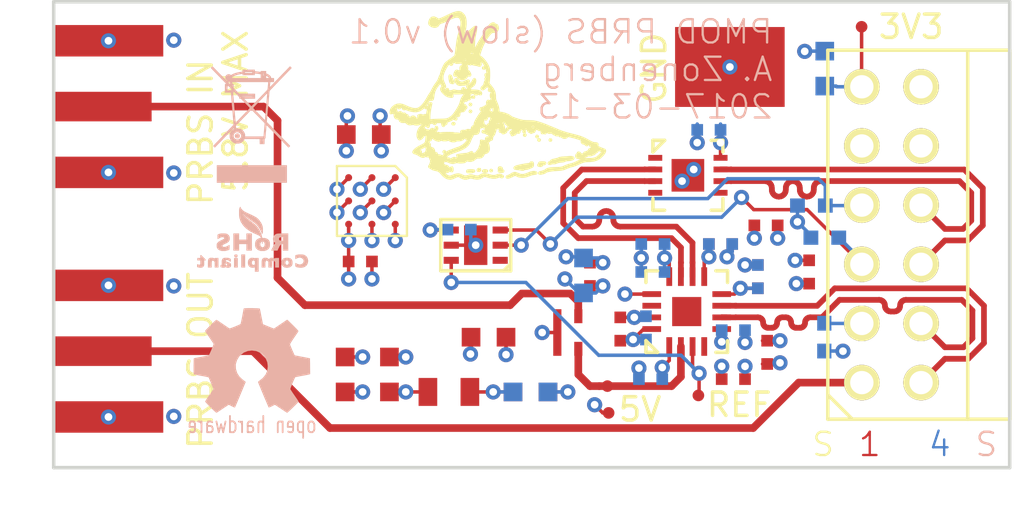
<source format=kicad_pcb>
(kicad_pcb (version 20170123) (host pcbnew "(2017-03-12 revision 28a6ca1)-master")
  (layers (0 F.Cu signal) (1 In1.Cu signal) (2 In2.Cu signal) (31 B.Cu signal) (34 B.Paste user) (35 F.Paste user) (36 B.SilkS user) (37 F.SilkS user) (38 B.Mask user) (39 F.Mask user) (44 Edge.Cuts user))
  (net 0 "")
  (net 1 /GND)
  (net 2 /5V0)
  (net 3 /3V3)
  (net 4 /CMP_VREF)
  (net 5 /PRBS_IN_ATTEN)
  (net 6 /CMPOUT_CML_P)
  (net 7 /CMPOUT_CML_N)
  (net 8 /CMP_LE_P)
  (net 9 /CMP_LE_N)
  (net 10 /PRBS_IN_RAW)
  (net 11 /5V0_RAW)
  (net 12 /I2C_SCL)
  (net 13 /I2C_SDA)
  (net 14 /CMPOUT_LVDS_N)
  (net 15 /CMPOUT_LVDS_P)
  (net 16 /PRBS_OUT)
  (net 17 "Net-(J1-Pad2)")
  (module w_logo:Logo_silk_OSHW_6x6mm (layer B.Cu) (at 54.5 41.4 180)
    (fp_text reference G*** hide)
    (fp_text value LOGO hide)
  )
  (module w_logo:Logo_silk_WEEE_3.4x5mm (layer B.Cu) (at 54.5 31.3 180)
    (fp_text reference G*** hide)
    (fp_text value LOGO hide)
  )
  (module w_logo:Logo_silk_ROHS_5x2.8mm (layer B.Cu) (at 54.5 36.2 180)
    (fp_text reference G*** hide)
    (fp_text value LOGO hide)
  )
  (module azonenberg_pcb:CONN_SMA_EDGE_SAMTEC_SMA_J_P_H_ST_EM1 (layer F.Cu) (at 46 41 270)
    (fp_text reference P2 hide)
    (fp_text value SMA)
    (pad 2 smd rect (at -2.825 -2.35 270) (size 1.35 4.7) (layers F.Cu F.Paste F.Mask) (net 1 /GND))
    (pad 2 smd rect (at 2.825 -2.35 270) (size 1.35 4.7) (layers F.Cu F.Paste F.Mask) (net 1 /GND))
    (pad 1 smd rect (at 0 -2.1 270) (size 1.27 4.2) (layers F.Cu F.Paste F.Mask) (net 16 /PRBS_OUT))
  )
  (module azonenberg_pcb:CONN_SMA_EDGE_SAMTEC_SMA_J_P_H_ST_EM1 (layer F.Cu) (at 46 30.5 270)
    (fp_text reference P1 hide)
    (fp_text value SMA)
    (pad 2 smd rect (at -2.825 -2.35 270) (size 1.35 4.7) (layers F.Cu F.Paste F.Mask) (net 1 /GND))
    (pad 2 smd rect (at 2.825 -2.35 270) (size 1.35 4.7) (layers F.Cu F.Paste F.Mask) (net 1 /GND))
    (pad 1 smd rect (at 0 -2.1 270) (size 1.27 4.2) (layers F.Cu F.Paste F.Mask) (net 10 /PRBS_IN_RAW))
  )
  (module azonenberg_pcb:LONGTHING-1200DPI (layer F.Cu) (at 65.6 30.4)
    (fp_text reference G*** hide)
    (fp_text value LOGO hide)
  )
  (module azonenberg_pcb:CONN_HEADER_2.54MM_2x6_RA_PMOD_MODULE (layer F.Cu) (at 81.93 36 90)
    (fp_text reference J1 hide)
    (fp_text value PMOD_HEADER)
    (pad 3 thru_hole circle (at -1.27 -1.27 90) (size 1.524 1.524) (drill 1) (layers *.Cu *.Mask F.SilkS) (net 13 /I2C_SDA))
    (pad 9 thru_hole circle (at -1.27 1.27 90) (size 1.524 1.524) (drill 1) (layers *.Cu *.Mask F.SilkS) (net 15 /CMPOUT_LVDS_P))
    (pad 4 thru_hole circle (at 1.27 -1.27 90) (size 1.524 1.524) (drill 1) (layers *.Cu *.Mask F.SilkS) (net 12 /I2C_SCL))
    (pad 5 thru_hole circle (at 3.81 -1.27 90) (size 1.524 1.524) (drill 1) (layers *.Cu *.Mask F.SilkS) (net 1 /GND))
    (pad 6 thru_hole circle (at 6.35 -1.27 90) (size 1.524 1.524) (drill 1) (layers *.Cu *.Mask F.SilkS) (net 3 /3V3))
    (pad 12 thru_hole circle (at 6.35 1.27 90) (size 1.524 1.524) (drill 1) (layers *.Cu *.Mask F.SilkS) (net 3 /3V3))
    (pad 11 thru_hole circle (at 3.81 1.27 90) (size 1.524 1.524) (drill 1) (layers *.Cu *.Mask F.SilkS) (net 1 /GND))
    (pad 10 thru_hole circle (at 1.27 1.27 90) (size 1.524 1.524) (drill 1) (layers *.Cu *.Mask F.SilkS) (net 14 /CMPOUT_LVDS_N))
    (pad 7 thru_hole circle (at -6.35 1.27 90) (size 1.524 1.524) (drill 1) (layers *.Cu *.Mask F.SilkS) (net 8 /CMP_LE_P))
    (pad 8 thru_hole circle (at -3.81 1.27 90) (size 1.524 1.524) (drill 1) (layers *.Cu *.Mask F.SilkS) (net 9 /CMP_LE_N))
    (pad 2 thru_hole circle (at -3.81 -1.27 90) (size 1.524 1.524) (drill 1) (layers *.Cu *.Mask F.SilkS) (net 17 "Net-(J1-Pad2)"))
    (pad 1 thru_hole circle (at -6.35 -1.27 90) (size 1.524 1.524) (drill 1) (layers *.Cu *.Mask F.SilkS) (net 16 /PRBS_OUT))
  )
  (module azonenberg_pcb:DFN_8_0.5MM_3x3MM (layer F.Cu) (at 73.2 33.45 270)
    (fp_text reference U4 hide)
    (fp_text value DS25BR150 hide)
    (pad 8 smd rect (at -0.75 -1.4 270) (size 0.25 0.6) (layers F.Cu F.Paste F.Mask) (net 3 /3V3))
    (pad 7 smd rect (at -0.25 -1.4 270) (size 0.25 0.6) (layers F.Cu F.Paste F.Mask) (net 15 /CMPOUT_LVDS_P))
    (pad 6 smd rect (at 0.25 -1.4 270) (size 0.25 0.6) (layers F.Cu F.Paste F.Mask) (net 14 /CMPOUT_LVDS_N))
    (pad 5 smd rect (at 0.75 -1.4 270) (size 0.25 0.6) (layers F.Cu F.Paste F.Mask))
    (pad 4 smd rect (at 0.75 1.4 270) (size 0.25 0.6) (layers F.Cu F.Paste F.Mask))
    (pad 3 smd rect (at 0.25 1.4 270) (size 0.25 0.6) (layers F.Cu F.Paste F.Mask) (net 7 /CMPOUT_CML_N))
    (pad 2 smd rect (at -0.25 1.4 270) (size 0.25 0.6) (layers F.Cu F.Paste F.Mask) (net 6 /CMPOUT_CML_P))
    (pad 1 smd rect (at -0.75 1.4 270) (size 0.25 0.6) (layers F.Cu F.Paste F.Mask))
    (pad PAD smd rect (at 0 0 270) (size 1.4 1.4) (layers F.Cu F.Mask) (net 1 /GND))
    (pad PAD smd rect (at -0.25 -0.25 270) (size 0.5 0.5) (layers F.Cu F.Paste) (net 1 /GND))
    (pad PAD smd rect (at 0.25 -0.25 270) (size 0.5 0.5) (layers F.Cu F.Paste) (net 1 /GND))
    (pad PAD smd rect (at 0.25 0.25 270) (size 0.5 0.5) (layers F.Cu F.Paste) (net 1 /GND))
    (pad PAD smd rect (at -0.25 0.25 270) (size 0.5 0.5) (layers F.Cu F.Paste) (net 1 /GND))
  )
  (module azonenberg_pcb:BGA_9_3x3_1MM_TI_SIP (layer F.Cu) (at 59.65 34.55 270)
    (fp_text reference U3 hide)
    (fp_text value TPS81256)
    (pad A1 smd circle (at -1 -1 270) (size 0.3 0.3) (layers F.Cu F.Paste F.Mask) (net 1 /GND))
    (pad A2 smd circle (at 0 -1 270) (size 0.3 0.3) (layers F.Cu F.Paste F.Mask) (net 1 /GND))
    (pad A3 smd circle (at 1 -1 270) (size 0.3 0.3) (layers F.Cu F.Paste F.Mask) (net 11 /5V0_RAW))
    (pad B1 smd circle (at -1 0 270) (size 0.3 0.3) (layers F.Cu F.Paste F.Mask) (net 1 /GND))
    (pad B2 smd circle (at 0 0 270) (size 0.3 0.3) (layers F.Cu F.Paste F.Mask) (net 3 /3V3))
    (pad B3 smd circle (at 1 0 270) (size 0.3 0.3) (layers F.Cu F.Paste F.Mask) (net 11 /5V0_RAW))
    (pad C1 smd circle (at -1 1 270) (size 0.3 0.3) (layers F.Cu F.Paste F.Mask) (net 3 /3V3))
    (pad C2 smd circle (at 0 1 270) (size 0.3 0.3) (layers F.Cu F.Paste F.Mask) (net 3 /3V3))
    (pad C3 smd circle (at 1 1 270) (size 0.3 0.3) (layers F.Cu F.Paste F.Mask) (net 11 /5V0_RAW))
  )
  (module azonenberg_pcb:DFN_6_0.65MM_2x2MM (layer F.Cu) (at 64.1 36.45 90)
    (fp_text reference U2 hide)
    (fp_text value MCP4726_DFN hide)
    (pad 1 smd rect (at -0.65 1.05 90) (size 0.3 0.65) (layers F.Cu F.Paste F.Mask))
    (pad 2 smd rect (at 0 1.05 90) (size 0.3 0.65) (layers F.Cu F.Paste F.Mask) (net 12 /I2C_SCL))
    (pad 3 smd rect (at 0.65 1.05 90) (size 0.3 0.65) (layers F.Cu F.Paste F.Mask) (net 13 /I2C_SDA))
    (pad 4 smd rect (at 0.65 -1.05 90) (size 0.3 0.65) (layers F.Cu F.Paste F.Mask) (net 3 /3V3))
    (pad 5 smd rect (at 0 -1.05 90) (size 0.3 0.65) (layers F.Cu F.Paste F.Mask) (net 1 /GND))
    (pad 6 smd rect (at -0.65 -1.05 90) (size 0.3 0.65) (layers F.Cu F.Paste F.Mask) (net 4 /CMP_VREF))
    (pad PAD smd rect (at 0 0 90) (size 1.7 1) (layers F.Cu F.Paste F.Mask) (net 1 /GND))
  )
  (module azonenberg_pcb:EIA_0402_CAP_NOSILK (layer B.Cu) (at 71.6 42.2)
    (fp_text reference C26 hide)
    (fp_text value "0.47 uF" hide)
    (pad 2 smd rect (at 0.5 0) (size 0.5 0.5) (layers B.Cu B.Paste B.Mask) (net 1 /GND))
    (pad 1 smd rect (at -0.5 0) (size 0.5 0.5) (layers B.Cu B.Paste B.Mask) (net 2 /5V0))
  )
  (module azonenberg_pcb:EIA_0402_CAP_NOSILK (layer F.Cu) (at 76.6 41.05 90)
    (fp_text reference C25 hide)
    (fp_text value "0.47 uF" hide)
    (pad 1 smd rect (at -0.5 0 90) (size 0.5 0.5) (layers F.Cu F.Paste F.Mask) (net 2 /5V0))
    (pad 2 smd rect (at 0.5 0 90) (size 0.5 0.5) (layers F.Cu F.Paste F.Mask) (net 1 /GND))
  )
  (module azonenberg_pcb:EIA_0402_CAP_NOSILK (layer F.Cu) (at 70.3 40.05 90)
    (fp_text reference C24 hide)
    (fp_text value "0.01 uF" hide)
    (pad 2 smd rect (at 0.5 0 90) (size 0.5 0.5) (layers F.Cu F.Paste F.Mask) (net 1 /GND))
    (pad 1 smd rect (at -0.5 0 90) (size 0.5 0.5) (layers F.Cu F.Paste F.Mask) (net 2 /5V0))
  )
  (module azonenberg_pcb:EIA_0402_CAP_NOSILK (layer B.Cu) (at 71.4 40 90)
    (fp_text reference C21 hide)
    (fp_text value "0.01 uF" hide)
    (pad 1 smd rect (at -0.5 0 90) (size 0.5 0.5) (layers B.Cu B.Paste B.Mask) (net 2 /5V0))
    (pad 2 smd rect (at 0.5 0 90) (size 0.5 0.5) (layers B.Cu B.Paste B.Mask) (net 1 /GND))
  )
  (module azonenberg_pcb:EIA_0402_CAP_NOSILK (layer F.Cu) (at 59.15 37.15)
    (fp_text reference C7 hide)
    (fp_text value "0.47 uF" hide)
    (pad 2 smd rect (at 0.5 0) (size 0.5 0.5) (layers F.Cu F.Paste F.Mask) (net 1 /GND))
    (pad 1 smd rect (at -0.5 0) (size 0.5 0.5) (layers F.Cu F.Paste F.Mask) (net 11 /5V0_RAW))
  )
  (module azonenberg_pcb:EIA_0402_CAP_NOSILK (layer B.Cu) (at 74.1 31.5 180)
    (fp_text reference C10 hide)
    (fp_text value "0.47 uF" hide)
    (pad 1 smd rect (at -0.5 0 180) (size 0.5 0.5) (layers B.Cu B.Paste B.Mask) (net 3 /3V3))
    (pad 2 smd rect (at 0.5 0 180) (size 0.5 0.5) (layers B.Cu B.Paste B.Mask) (net 1 /GND))
  )
  (module azonenberg_pcb:EIA_0402_CAP_NOSILK (layer B.Cu) (at 74.6 36.4)
    (fp_text reference C11 hide)
    (fp_text value "0.01 uF" hide)
    (pad 2 smd rect (at 0.5 0) (size 0.5 0.5) (layers B.Cu B.Paste B.Mask) (net 1 /GND))
    (pad 1 smd rect (at -0.5 0) (size 0.5 0.5) (layers B.Cu B.Paste B.Mask) (net 3 /3V3))
  )
  (module azonenberg_pcb:EIA_0402_CAP_NOSILK (layer B.Cu) (at 63.39 35.78)
    (fp_text reference C12 hide)
    (fp_text value "0.47 uF" hide)
    (pad 1 smd rect (at -0.5 0) (size 0.5 0.5) (layers B.Cu B.Paste B.Mask) (net 3 /3V3))
    (pad 2 smd rect (at 0.5 0) (size 0.5 0.5) (layers B.Cu B.Paste B.Mask) (net 1 /GND))
  )
  (module azonenberg_pcb:EIA_0402_CAP_NOSILK (layer B.Cu) (at 76.2 37.8 90)
    (fp_text reference C13 hide)
    (fp_text value "0.01 uF" hide)
    (pad 2 smd rect (at 0.5 0 90) (size 0.5 0.5) (layers B.Cu B.Paste B.Mask) (net 1 /GND))
    (pad 1 smd rect (at -0.5 0 90) (size 0.5 0.5) (layers B.Cu B.Paste B.Mask) (net 3 /3V3))
  )
  (module azonenberg_pcb:EIA_0402_CAP_NOSILK (layer B.Cu) (at 71.7 37.6 180)
    (fp_text reference C14 hide)
    (fp_text value "0.01 uF" hide)
    (pad 1 smd rect (at -0.5 0 180) (size 0.5 0.5) (layers B.Cu B.Paste B.Mask) (net 3 /3V3))
    (pad 2 smd rect (at 0.5 0 180) (size 0.5 0.5) (layers B.Cu B.Paste B.Mask) (net 1 /GND))
  )
  (module azonenberg_pcb:EIA_0402_CAP_NOSILK (layer B.Cu) (at 71.7 36.4 180)
    (fp_text reference C15 hide)
    (fp_text value "0.01 uF" hide)
    (pad 2 smd rect (at 0.5 0 180) (size 0.5 0.5) (layers B.Cu B.Paste B.Mask) (net 1 /GND))
    (pad 1 smd rect (at -0.5 0 180) (size 0.5 0.5) (layers B.Cu B.Paste B.Mask) (net 3 /3V3))
  )
  (module azonenberg_pcb:EIA_0402_CAP_NOSILK (layer F.Cu) (at 74.6 36.4)
    (fp_text reference C16 hide)
    (fp_text value "0.01 uF" hide)
    (pad 1 smd rect (at -0.5 0) (size 0.5 0.5) (layers F.Cu F.Paste F.Mask) (net 3 /3V3))
    (pad 2 smd rect (at 0.5 0) (size 0.5 0.5) (layers F.Cu F.Paste F.Mask) (net 1 /GND))
  )
  (module azonenberg_pcb:EIA_0402_CAP_NOSILK (layer F.Cu) (at 76.2 37.8 90)
    (fp_text reference C17 hide)
    (fp_text value "0.01 uF" hide)
    (pad 2 smd rect (at 0.5 0 90) (size 0.5 0.5) (layers F.Cu F.Paste F.Mask) (net 1 /GND))
    (pad 1 smd rect (at -0.5 0 90) (size 0.5 0.5) (layers F.Cu F.Paste F.Mask) (net 3 /3V3))
  )
  (module azonenberg_pcb:EIA_0402_CAP_NOSILK (layer F.Cu) (at 69 37.7 90)
    (fp_text reference C18 hide)
    (fp_text value "0.47 uF" hide)
    (pad 1 smd rect (at -0.5 0 90) (size 0.5 0.5) (layers F.Cu F.Paste F.Mask) (net 3 /3V3))
    (pad 2 smd rect (at 0.5 0 90) (size 0.5 0.5) (layers F.Cu F.Paste F.Mask) (net 1 /GND))
  )
  (module azonenberg_pcb:EIA_0402_CAP_NOSILK (layer F.Cu) (at 76.55 35.6)
    (fp_text reference C19 hide)
    (fp_text value "0.47 uF" hide)
    (pad 2 smd rect (at 0.5 0) (size 0.5 0.5) (layers F.Cu F.Paste F.Mask) (net 1 /GND))
    (pad 1 smd rect (at -0.5 0) (size 0.5 0.5) (layers F.Cu F.Paste F.Mask) (net 3 /3V3))
  )
  (module azonenberg_pcb:EIA_0402_CAP_NOSILK (layer F.Cu) (at 78.4 37.6 90)
    (fp_text reference C20 hide)
    (fp_text value "0.47 uF" hide)
    (pad 1 smd rect (at -0.5 0 90) (size 0.5 0.5) (layers F.Cu F.Paste F.Mask) (net 3 /3V3))
    (pad 2 smd rect (at 0.5 0 90) (size 0.5 0.5) (layers F.Cu F.Paste F.Mask) (net 1 /GND))
  )
  (module azonenberg_pcb:EIA_0402_CAP_NOSILK (layer F.Cu) (at 75.15 42.2 180)
    (fp_text reference C23 hide)
    (fp_text value "0.01 uF" hide)
    (pad 2 smd rect (at 0.5 0 180) (size 0.5 0.5) (layers F.Cu F.Paste F.Mask) (net 1 /GND))
    (pad 1 smd rect (at -0.5 0 180) (size 0.5 0.5) (layers F.Cu F.Paste F.Mask) (net 2 /5V0))
  )
  (module azonenberg_pcb:EIA_0402_CAP_NOSILK (layer B.Cu) (at 75.15 40.1)
    (fp_text reference C22 hide)
    (fp_text value "0.01 uF" hide)
    (pad 1 smd rect (at -0.5 0) (size 0.5 0.5) (layers B.Cu B.Paste B.Mask) (net 2 /5V0))
    (pad 2 smd rect (at 0.5 0) (size 0.5 0.5) (layers B.Cu B.Paste B.Mask) (net 1 /GND))
  )
  (module azonenberg_pcb:EIA_0402_RES_NOSILK (layer B.Cu) (at 79.072143 36.127857 180)
    (fp_text reference R1 hide)
    (fp_text value 1k hide)
    (pad 1 smd rect (at -0.597 0 180) (size 0.635 0.61) (layers B.Cu B.Paste B.Mask) (net 13 /I2C_SDA))
    (pad 2 smd rect (at 0.597 0 180) (size 0.635 0.61) (layers B.Cu B.Paste B.Mask) (net 3 /3V3))
  )
  (module azonenberg_pcb:EIA_0402_RES_NOSILK (layer B.Cu) (at 78.497 34.75 180)
    (fp_text reference R2 hide)
    (fp_text value 1k hide)
    (pad 2 smd rect (at 0.597 0 180) (size 0.635 0.61) (layers B.Cu B.Paste B.Mask) (net 3 /3V3))
    (pad 1 smd rect (at -0.597 0 180) (size 0.635 0.61) (layers B.Cu B.Paste B.Mask) (net 12 /I2C_SCL))
  )
  (module azonenberg_pcb:EIA_0402_RES_NOSILK (layer B.Cu) (at 79.05 40.397 90)
    (fp_text reference R6 hide)
    (fp_text value 0 hide)
    (pad 1 smd rect (at -0.597 0 90) (size 0.635 0.61) (layers B.Cu B.Paste B.Mask) (net 1 /GND))
    (pad 2 smd rect (at 0.597 0 90) (size 0.635 0.61) (layers B.Cu B.Paste B.Mask) (net 17 "Net-(J1-Pad2)"))
  )
  (module azonenberg_pcb:EIA_0603_CAP_NOSILK (layer F.Cu) (at 64.65 40.4)
    (fp_text reference C2 hide)
    (fp_text value "4.7 uF" hide)
    (pad 2 smd rect (at 0.75 0) (size 0.8 0.8) (layers F.Cu F.Paste F.Mask) (net 1 /GND))
    (pad 1 smd rect (at -0.75 0) (size 0.8 0.8) (layers F.Cu F.Paste F.Mask) (net 3 /3V3))
  )
  (module azonenberg_pcb:EIA_0603_CAP_NOSILK (layer B.Cu) (at 79.07 28.87 90)
    (fp_text reference C1 hide)
    (fp_text value "4.7 uF" hide)
    (pad 1 smd rect (at -0.75 0 90) (size 0.8 0.8) (layers B.Cu B.Paste B.Mask) (net 3 /3V3))
    (pad 2 smd rect (at 0.75 0 90) (size 0.8 0.8) (layers B.Cu B.Paste B.Mask) (net 1 /GND))
  )
  (module azonenberg_pcb:EIA_0603_CAP_NOSILK (layer F.Cu) (at 66.45 42.75)
    (fp_text reference C9 hide)
    (fp_text value "4.7 uF" hide)
    (pad 2 smd rect (at 0.75 0) (size 0.8 0.8) (layers F.Cu F.Paste F.Mask) (net 1 /GND))
    (pad 1 smd rect (at -0.75 0) (size 0.8 0.8) (layers F.Cu F.Paste F.Mask) (net 2 /5V0))
  )
  (module azonenberg_pcb:EIA_0603_CAP_NOSILK (layer B.Cu) (at 66.45 42.75)
    (fp_text reference C8 hide)
    (fp_text value "4.7 uF" hide)
    (pad 1 smd rect (at -0.75 0) (size 0.8 0.8) (layers B.Cu B.Paste B.Mask) (net 2 /5V0))
    (pad 2 smd rect (at 0.75 0) (size 0.8 0.8) (layers B.Cu B.Paste B.Mask) (net 1 /GND))
  )
  (module azonenberg_pcb:EIA_0603_CAP_NOSILK (layer F.Cu) (at 60.4 42 90)
    (fp_text reference C6 hide)
    (fp_text value "4.7 uF" hide)
    (pad 2 smd rect (at 0.75 0 90) (size 0.8 0.8) (layers F.Cu F.Paste F.Mask) (net 1 /GND))
    (pad 1 smd rect (at -0.75 0 90) (size 0.8 0.8) (layers F.Cu F.Paste F.Mask) (net 11 /5V0_RAW))
  )
  (module azonenberg_pcb:EIA_0603_CAP_NOSILK (layer F.Cu) (at 58.5 42 270)
    (fp_text reference C5 hide)
    (fp_text value "4.7 uF" hide)
    (pad 1 smd rect (at -0.75 0 270) (size 0.8 0.8) (layers F.Cu F.Paste F.Mask) (net 11 /5V0_RAW))
    (pad 2 smd rect (at 0.75 0 270) (size 0.8 0.8) (layers F.Cu F.Paste F.Mask) (net 1 /GND))
  )
  (module azonenberg_pcb:EIA_0603_CAP_NOSILK (layer F.Cu) (at 59.3 31.7)
    (fp_text reference C3 hide)
    (fp_text value "4.7 uF" hide)
    (pad 2 smd rect (at 0.75 0) (size 0.8 0.8) (layers F.Cu F.Paste F.Mask) (net 1 /GND))
    (pad 1 smd rect (at -0.75 0) (size 0.8 0.8) (layers F.Cu F.Paste F.Mask) (net 3 /3V3))
  )
  (module azonenberg_pcb:EIA_0603_CAP_NOSILK (layer B.Cu) (at 68.725 37.75 90)
    (fp_text reference C4 hide)
    (fp_text value "4.7 uF" hide)
    (pad 1 smd rect (at -0.75 0 90) (size 0.8 0.8) (layers B.Cu B.Paste B.Mask) (net 3 /3V3))
    (pad 2 smd rect (at 0.75 0 90) (size 0.8 0.8) (layers B.Cu B.Paste B.Mask) (net 1 /GND))
  )
  (module azonenberg_pcb:EIA_0805_INDUCTOR_NOSILK (layer F.Cu) (at 62.95 42.75 180)
    (fp_text reference L1 hide)
    (fp_text value MPZ2012S331AT000 hide)
    (pad 1 smd rect (at -0.9 0 180) (size 0.8 1.2) (layers F.Cu F.Paste F.Mask) (net 2 /5V0))
    (pad 2 smd rect (at 0.9 0 180) (size 0.8 1.2) (layers F.Cu F.Paste F.Mask) (net 11 /5V0_RAW))
  )
  (module azonenberg_pcb:EIA_0805_PI_ATTENUATOR (layer F.Cu) (at 68.05 40.2 270)
    (fp_text reference R3 hide)
    (fp_text value PAT1220-C-3DB-T5)
    (pad 1 smd rect (at -0.7 -0.45 270) (size 0.6 0.35) (layers F.Cu F.Paste F.Mask) (net 10 /PRBS_IN_RAW))
    (pad 2 smd rect (at 0.7 -0.45 270) (size 0.6 0.35) (layers F.Cu F.Paste F.Mask) (net 5 /PRBS_IN_ATTEN))
    (pad 3 smd rect (at 0 0.45 270) (size 2 0.35) (layers F.Cu F.Paste F.Mask) (net 1 /GND))
  )
  (module azonenberg_pcb:QFN_16_0.5MM_3x3MM (layer F.Cu) (at 73.15 39.3)
    (fp_text reference U1 hide)
    (fp_text value ADCMP572 hide)
    (pad 12 smd rect (at -0.75 -1.5) (size 0.25 0.8) (layers F.Cu F.Paste F.Mask) (net 3 /3V3))
    (pad 11 smd rect (at -0.25 -1.5) (size 0.25 0.8) (layers F.Cu F.Paste F.Mask) (net 6 /CMPOUT_CML_P))
    (pad 10 smd rect (at 0.25 -1.5) (size 0.25 0.8) (layers F.Cu F.Paste F.Mask) (net 7 /CMPOUT_CML_N))
    (pad 9 smd rect (at 0.75 -1.5) (size 0.25 0.8) (layers F.Cu F.Paste F.Mask) (net 3 /3V3))
    (pad 8 smd rect (at 1.5 -0.75 270) (size 0.25 0.8) (layers F.Cu F.Paste F.Mask) (net 3 /3V3))
    (pad 7 smd rect (at 1.5 -0.25 90) (size 0.25 0.8) (layers F.Cu F.Paste F.Mask) (net 8 /CMP_LE_P))
    (pad 6 smd rect (at 1.5 0.25 90) (size 0.25 0.8) (layers F.Cu F.Paste F.Mask) (net 9 /CMP_LE_N))
    (pad 5 smd rect (at 1.5 0.75 90) (size 0.25 0.8) (layers F.Cu F.Paste F.Mask) (net 2 /5V0))
    (pad 4 smd rect (at 0.75 1.5) (size 0.25 0.8) (layers F.Cu F.Paste F.Mask))
    (pad 3 smd rect (at 0.25 1.5) (size 0.25 0.8) (layers F.Cu F.Paste F.Mask) (net 4 /CMP_VREF))
    (pad 2 smd rect (at -0.25 1.5) (size 0.25 0.8) (layers F.Cu F.Paste F.Mask) (net 5 /PRBS_IN_ATTEN))
    (pad 1 smd rect (at -0.75 1.5) (size 0.25 0.8) (layers F.Cu F.Paste F.Mask) (net 1 /GND))
    (pad 16 smd rect (at -1.5 0.75 90) (size 0.25 0.8) (layers F.Cu F.Paste F.Mask) (net 2 /5V0))
    (pad 15 smd rect (at -1.5 0.25 90) (size 0.25 0.8) (layers F.Cu F.Paste F.Mask) (net 1 /GND))
    (pad 14 smd rect (at -1.5 -0.25 90) (size 0.25 0.8) (layers F.Cu F.Paste F.Mask))
    (pad 13 smd rect (at -1.5 -0.75 90) (size 0.25 0.8) (layers F.Cu F.Paste F.Mask) (net 1 /GND))
    (pad PAD smd rect (at 0 0) (size 1.25 1.25) (layers F.Cu F.Mask))
    (pad PAD smd rect (at -0.25 -0.25) (size 0.5 0.5) (layers F.Cu F.Paste))
    (pad PAD smd rect (at 0.25 -0.25) (size 0.5 0.5) (layers F.Cu F.Paste))
    (pad PAD smd rect (at 0.25 0.25) (size 0.5 0.5) (layers F.Cu F.Paste))
    (pad PAD smd rect (at -0.25 0.25) (size 0.5 0.5) (layers F.Cu F.Paste))
  )
  (module azonenberg_pcb:TESTPOINT_SMT_0.5MM (layer F.Cu) (at 69.75 42.5)
    (fp_text reference TP5 hide)
    (fp_text value CONN_01X01 hide)
    (pad 1 smd circle (at 0 0) (size 0.5 0.5) (layers F.Cu F.Mask) (net 5 /PRBS_IN_ATTEN))
  )
  (module azonenberg_pcb:TESTPOINT_SMT_0.5MM (layer F.Cu) (at 73.65 42.9)
    (fp_text reference TP3 hide)
    (fp_text value CONN_01X01 hide)
    (pad 1 smd circle (at 0 0) (size 0.5 0.5) (layers F.Cu F.Mask) (net 4 /CMP_VREF))
  )
  (module azonenberg_pcb:TESTPOINT_SMT_0.5MM (layer F.Cu) (at 80.65 27.075)
    (fp_text reference TP2 hide)
    (fp_text value CONN_01X01 hide)
    (pad 1 smd circle (at 0 0) (size 0.5 0.5) (layers F.Cu F.Mask) (net 3 /3V3))
  )
  (module azonenberg_pcb:TESTPOINT_SMT_0.5MM (layer F.Cu) (at 69.8 43.65)
    (fp_text reference TP1 hide)
    (fp_text value CONN_01X01 hide)
    (pad 1 smd circle (at 0 0) (size 0.5 0.5) (layers F.Cu F.Mask) (net 2 /5V0))
  )
  (module azonenberg_pcb:TESTPOINT_SMT_KEYSTONE_5016 (layer F.Cu) (at 75 28.8)
    (fp_text reference TP4 hide)
    (fp_text value CONN_01X01 hide)
    (pad 1 smd rect (at 0 0) (size 4.7 3.43) (layers F.Cu F.Paste F.Mask) (net 1 /GND))
  )
  (gr_text "5.8V MAX" (at 53.8 30.7 90) (layer F.SilkS) (effects (font (size 1 1))))
  (gr_text S (at 86 45) (layer B.SilkS) (effects (font (size 1 1) (thickness 0.1))))
  (gr_text 4 (at 84 45) (layer B.Cu) (effects (font (size 1 1) (thickness 0.1))))
  (gr_text 1 (at 81 45) (layer F.Cu) (effects (font (size 1 1) (thickness 0.1))))
  (gr_text S (at 79 45) (layer F.SilkS) (effects (font (size 1 1) (thickness 0.1))))
  (gr_text "PMOD PRBS (slow) v0.1\nA. Zonenberg\n2017-03-13" (at 76.9 28.9) (layer B.SilkS) (effects (font (size 1 1) (thickness 0.1)) (justify left mirror)))
  (gr_text 5V (at 71.15 43.5) (layer F.SilkS) (effects (font (size 1 1))))
  (gr_text REF (at 75.4 43.3) (layer F.SilkS) (effects (font (size 1 1))))
  (gr_text 3V3 (at 82.775 27.075) (layer F.SilkS) (effects (font (size 1 1))))
  (gr_text GND (at 71.75 28.85 90) (layer F.SilkS) (effects (font (size 1 1))))
  (gr_text "PRBS OUT" (at 52.3 41.4 90) (layer F.SilkS) (effects (font (size 1 1))))
  (gr_text "PRBS IN" (at 52.3 31.6 90) (layer F.SilkS) (effects (font (size 1 1))))
  (gr_line (start 46 26) (end 46 46) (layer Edge.Cuts) (width 0.15))
  (gr_line (start 87 26) (end 46 26) (layer Edge.Cuts) (width 0.15))
  (gr_line (start 87 46) (end 46 46) (layer Edge.Cuts) (width 0.15))
  (gr_line (start 87 26) (end 87 46) (layer Edge.Cuts) (width 0.15))
  (via (at 48.35 43.825) (size 0.65) (drill 0.33) (layers F.Cu B.Cu) (net 1))
  (via (at 48.35 38.175) (size 0.65) (drill 0.33) (layers F.Cu B.Cu) (net 1))
  (via (at 48.35 33.325) (size 0.65) (drill 0.33) (layers F.Cu B.Cu) (net 1))
  (via (at 48.35 27.675) (size 0.65) (drill 0.33) (layers F.Cu B.Cu) (net 1))
  (segment (start 60 30.9) (end 60 31.65) (width 0.15) (layer F.Cu) (net 1))
  (segment (start 60 31.65) (end 60.05 31.7) (width 0.15) (layer F.Cu) (net 1))
  (via (at 60 30.9) (size 0.65) (drill 0.33) (layers F.Cu B.Cu) (net 1))
  (via (at 51.15 43.8) (size 0.65) (drill 0.33) (layers F.Cu B.Cu) (net 1))
  (via (at 51.15 38.2) (size 0.65) (drill 0.33) (layers F.Cu B.Cu) (net 1))
  (via (at 51.15 33.35) (size 0.65) (drill 0.33) (layers F.Cu B.Cu) (net 1))
  (via (at 51.15 27.65) (size 0.65) (drill 0.33) (layers F.Cu B.Cu) (net 1))
  (segment (start 60.05 31.45) (end 60.05 32.4) (width 0.15) (layer F.Cu) (net 1))
  (via (at 60.05 32.4) (size 0.65) (drill 0.33) (layers F.Cu B.Cu) (net 1))
  (segment (start 60.65 34.55) (end 60.15 35.05) (width 0.15) (layer F.Cu) (net 1))
  (via (at 60.15 35.05) (size 0.65) (drill 0.33) (layers F.Cu B.Cu) (net 1))
  (segment (start 60.15 34.05) (end 60.65 33.55) (width 0.15) (layer F.Cu) (net 1))
  (via (at 60.15 34.05) (size 0.65) (drill 0.33) (layers F.Cu B.Cu) (net 1))
  (segment (start 59.65 33.55) (end 59.15 34.05) (width 0.15) (layer F.Cu) (net 1))
  (via (at 59.15 34.05) (size 0.65) (drill 0.33) (layers F.Cu B.Cu) (net 1))
  (segment (start 59.65 37.15) (end 59.65 37.9) (width 0.15) (layer F.Cu) (net 1))
  (via (at 59.65 37.9) (size 0.65) (drill 0.33) (layers F.Cu B.Cu) (net 1))
  (segment (start 58.35 42.75) (end 59.25 42.75) (width 0.15) (layer F.Cu) (net 1))
  (via (at 59.25 42.75) (size 0.65) (drill 0.33) (layers F.Cu B.Cu) (net 1))
  (segment (start 61.1 41.25) (end 60.25 41.25) (width 0.15) (layer F.Cu) (net 1))
  (via (at 61.1 41.25) (size 0.65) (drill 0.33) (layers F.Cu B.Cu) (net 1))
  (segment (start 68.05 42.75) (end 67.2 42.75) (width 0.15) (layer B.Cu) (net 1))
  (segment (start 67.2 42.75) (end 68.05 42.75) (width 0.15) (layer F.Cu) (net 1))
  (via (at 68.05 42.75) (size 0.65) (drill 0.33) (layers F.Cu B.Cu) (net 1))
  (segment (start 72.1 41.7) (end 72.1 42.375) (width 0.15) (layer B.Cu) (net 1))
  (segment (start 67.975 36.95) (end 68.675 36.95) (width 0.15) (layer B.Cu) (net 1))
  (segment (start 68.675 36.95) (end 68.725 37) (width 0.15) (layer B.Cu) (net 1))
  (via (at 67.975 36.95) (size 0.65) (drill 0.33) (layers F.Cu B.Cu) (net 1))
  (segment (start 68.725 37) (end 69.35 37) (width 0.15) (layer B.Cu) (net 1))
  (segment (start 69.35 37) (end 69.55 37.2) (width 0.15) (layer B.Cu) (net 1))
  (segment (start 65.4 40.2) (end 65.4 41.15) (width 0.15) (layer F.Cu) (net 1))
  (via (at 65.4 41.15) (size 0.65) (drill 0.33) (layers F.Cu B.Cu) (net 1))
  (segment (start 70.9 39.55) (end 70.2 39.55) (width 0.15) (layer F.Cu) (net 1))
  (segment (start 76.4 40.55) (end 77.15 40.55) (width 0.15) (layer F.Cu) (net 1))
  (via (at 77.15 40.55) (size 0.65) (drill 0.33) (layers F.Cu B.Cu) (net 1))
  (segment (start 79.05 40.994) (end 79.844 40.994) (width 0.15) (layer B.Cu) (net 1))
  (segment (start 79.844 40.994) (end 79.85 41) (width 0.15) (layer B.Cu) (net 1))
  (via (at 79.85 41) (size 0.65) (drill 0.33) (layers F.Cu B.Cu) (net 1))
  (segment (start 75.725 40.55) (end 75.65 40.625) (width 0.15) (layer F.Cu) (net 1))
  (segment (start 74.65 41.65) (end 74.65 42.3) (width 0.15) (layer F.Cu) (net 1))
  (via (at 74.65 41.65) (size 0.65) (drill 0.33) (layers F.Cu B.Cu) (net 1))
  (segment (start 78.45 37.1) (end 77.8 37.1) (width 0.15) (layer F.Cu) (net 1))
  (via (at 77.8 37.1) (size 0.65) (drill 0.33) (layers F.Cu B.Cu) (net 1))
  (segment (start 77.05 35.45) (end 77.05 36.15) (width 0.15) (layer F.Cu) (net 1))
  (via (at 77.05 36.15) (size 0.65) (drill 0.33) (layers F.Cu B.Cu) (net 1))
  (segment (start 68.95 37.2) (end 69.55 37.2) (width 0.15) (layer F.Cu) (net 1))
  (via (at 69.55 37.2) (size 0.65) (drill 0.33) (layers F.Cu B.Cu) (net 1))
  (segment (start 63.89 35.78) (end 63.89 36.24) (width 0.15) (layer B.Cu) (net 1))
  (segment (start 63.89 36.24) (end 64.1 36.45) (width 0.15) (layer B.Cu) (net 1))
  (segment (start 79.07 28.12) (end 78.22 28.12) (width 0.15) (layer B.Cu) (net 1))
  (segment (start 78.22 28.12) (end 78.21 28.13) (width 0.15) (layer B.Cu) (net 1))
  (via (at 78.21 28.13) (size 0.65) (drill 0.33) (layers F.Cu B.Cu) (net 1))
  (segment (start 75.65 39.975) (end 75.65 40.625) (width 0.15) (layer B.Cu) (net 1))
  (via (at 75.65 40.625) (size 0.65) (drill 0.33) (layers F.Cu B.Cu) (net 1))
  (segment (start 71.4 39.5) (end 70.95 39.5) (width 0.15) (layer B.Cu) (net 1))
  (segment (start 70.95 39.5) (end 70.9 39.55) (width 0.15) (layer B.Cu) (net 1))
  (segment (start 70.9 39.55) (end 71.65 39.55) (width 0.15) (layer F.Cu) (net 1))
  (via (at 70.9 39.55) (size 0.65) (drill 0.33) (layers F.Cu B.Cu) (net 1))
  (via (at 75 28.8) (size 0.65) (drill 0.33) (layers F.Cu B.Cu) (net 1))
  (segment (start 76.2 37.3) (end 75.65 37.3) (width 0.15) (layer F.Cu) (net 1))
  (segment (start 75.1 36.25) (end 75.1 36.725003) (width 0.15) (layer F.Cu) (net 1))
  (segment (start 75.1 36.725003) (end 74.875003 36.95) (width 0.15) (layer F.Cu) (net 1))
  (segment (start 71.2 36.25) (end 71.2 37) (width 0.15) (layer B.Cu) (net 1))
  (segment (start 71.2 37.75) (end 71.2 37) (width 0.15) (layer B.Cu) (net 1))
  (via (at 71.2 37) (size 0.65) (drill 0.33) (layers F.Cu B.Cu) (net 1))
  (segment (start 76.2 37.3) (end 75.65 37.3) (width 0.15) (layer B.Cu) (net 1))
  (via (at 75.65 37.3) (size 0.65) (drill 0.33) (layers F.Cu B.Cu) (net 1))
  (segment (start 75.1 36.25) (end 75.1 36.725003) (width 0.15) (layer B.Cu) (net 1))
  (segment (start 75.1 36.725003) (end 74.875003 36.95) (width 0.15) (layer B.Cu) (net 1))
  (via (at 74.875003 36.95) (size 0.65) (drill 0.33) (layers F.Cu B.Cu) (net 1))
  (segment (start 73.6 31.25) (end 73.6 32.05) (width 0.15) (layer B.Cu) (net 1))
  (via (at 73.6 32.05) (size 0.65) (drill 0.33) (layers F.Cu B.Cu) (net 1))
  (via (at 64.1 36.45) (size 0.65) (drill 0.33) (layers F.Cu B.Cu) (net 1))
  (segment (start 63.05 36.45) (end 64.1 36.45) (width 0.15) (layer F.Cu) (net 1))
  (segment (start 67.6 40.2) (end 66.95 40.2) (width 0.15) (layer F.Cu) (net 1))
  (via (at 66.95 40.2) (size 0.65) (drill 0.33) (layers F.Cu B.Cu) (net 1))
  (segment (start 71.65 38.55) (end 70.5 38.55) (width 0.15) (layer F.Cu) (net 1))
  (via (at 70.5 38.55) (size 0.65) (drill 0.33) (layers F.Cu B.Cu) (net 1))
  (segment (start 72.4 40.8) (end 72.4 41.4) (width 0.15) (layer F.Cu) (net 1))
  (via (at 72.1 41.7) (size 0.65) (drill 0.33) (layers F.Cu B.Cu) (net 1))
  (segment (start 72.4 41.4) (end 72.1 41.7) (width 0.15) (layer F.Cu) (net 1))
  (via (at 73.45 33.2) (size 0.65) (drill 0.33) (layers F.Cu B.Cu) (net 1))
  (via (at 72.95 33.7) (size 0.65) (drill 0.33) (layers F.Cu B.Cu) (net 1))
  (segment (start 69.8 43.65) (end 69.55 43.65) (width 0.15) (layer F.Cu) (net 2))
  (segment (start 69.55 43.65) (end 69.2 43.3) (width 0.15) (layer F.Cu) (net 2))
  (via (at 69.2 43.3) (size 0.65) (drill 0.33) (layers F.Cu B.Cu) (net 2))
  (segment (start 63.85 42.75) (end 64.85 42.75) (width 0.15) (layer F.Cu) (net 2))
  (segment (start 65.7 42.75) (end 64.85 42.75) (width 0.15) (layer B.Cu) (net 2))
  (segment (start 65.7 42.75) (end 64.85 42.75) (width 0.15) (layer F.Cu) (net 2))
  (via (at 64.85 42.75) (size 0.65) (drill 0.33) (layers F.Cu B.Cu) (net 2))
  (segment (start 71.1 41.725) (end 71.1 42.375) (width 0.15) (layer B.Cu) (net 2))
  (via (at 71.1 41.725) (size 0.65) (drill 0.33) (layers F.Cu B.Cu) (net 2))
  (segment (start 70.85 40.5) (end 70.25 40.5) (width 0.15) (layer F.Cu) (net 2))
  (segment (start 70.25 40.5) (end 70.2 40.55) (width 0.15) (layer F.Cu) (net 2))
  (segment (start 76.4 41.55) (end 77.1 41.55) (width 0.15) (layer F.Cu) (net 2))
  (segment (start 77.1 41.55) (end 77.15 41.5) (width 0.15) (layer F.Cu) (net 2))
  (via (at 77.15 41.5) (size 0.65) (drill 0.33) (layers F.Cu B.Cu) (net 2))
  (segment (start 75.75 41.55) (end 75.65 41.65) (width 0.15) (layer F.Cu) (net 2))
  (segment (start 75.65 42.3) (end 75.65 41.65) (width 0.15) (layer F.Cu) (net 2))
  (via (at 75.65 41.65) (size 0.65) (drill 0.33) (layers F.Cu B.Cu) (net 2))
  (segment (start 74.65 40.6) (end 74.65 39.975) (width 0.15) (layer B.Cu) (net 2))
  (segment (start 74.65 40.05) (end 74.65 40.6) (width 0.15) (layer F.Cu) (net 2))
  (via (at 74.65 40.6) (size 0.65) (drill 0.33) (layers F.Cu B.Cu) (net 2))
  (segment (start 71.4 40.5) (end 70.85 40.5) (width 0.15) (layer B.Cu) (net 2))
  (segment (start 71.65 40.05) (end 71.3 40.05) (width 0.15) (layer F.Cu) (net 2))
  (segment (start 71.3 40.05) (end 70.85 40.5) (width 0.15) (layer F.Cu) (net 2))
  (via (at 70.85 40.5) (size 0.65) (drill 0.33) (layers F.Cu B.Cu) (net 2))
  (segment (start 58.55 31.7) (end 58.55 30.95) (width 0.15) (layer F.Cu) (net 3))
  (segment (start 58.55 30.95) (end 58.6 30.9) (width 0.15) (layer F.Cu) (net 3))
  (via (at 58.6 30.9) (size 0.65) (drill 0.33) (layers F.Cu B.Cu) (net 3))
  (segment (start 58.55 31.45) (end 58.55 32.4) (width 0.15) (layer F.Cu) (net 3))
  (via (at 58.55 32.4) (size 0.65) (drill 0.33) (layers F.Cu B.Cu) (net 3))
  (segment (start 58.65 33.55) (end 58.15 34.05) (width 0.15) (layer F.Cu) (net 3))
  (via (at 58.15 34.05) (size 0.65) (drill 0.33) (layers F.Cu B.Cu) (net 3))
  (segment (start 58.65 34.55) (end 58.15 35.05) (width 0.15) (layer F.Cu) (net 3))
  (via (at 58.15 35.05) (size 0.65) (drill 0.33) (layers F.Cu B.Cu) (net 3))
  (segment (start 59.65 34.55) (end 59.15 35.05) (width 0.15) (layer F.Cu) (net 3))
  (via (at 59.15 35.05) (size 0.65) (drill 0.33) (layers F.Cu B.Cu) (net 3))
  (segment (start 68.725 38.5) (end 68.525 38.5) (width 0.15) (layer B.Cu) (net 3))
  (segment (start 68.525 38.5) (end 67.925 37.9) (width 0.15) (layer B.Cu) (net 3))
  (via (at 67.925 37.9) (size 0.65) (drill 0.33) (layers F.Cu B.Cu) (net 3))
  (segment (start 68.725 38.5) (end 69.25 38.5) (width 0.15) (layer B.Cu) (net 3))
  (segment (start 69.25 38.5) (end 69.55 38.2) (width 0.15) (layer B.Cu) (net 3))
  (segment (start 63.9 40.2) (end 63.9 41.1) (width 0.15) (layer F.Cu) (net 3))
  (segment (start 63.9 41.1) (end 63.875 41.125) (width 0.15) (layer F.Cu) (net 3))
  (via (at 63.875 41.125) (size 0.65) (drill 0.33) (layers F.Cu B.Cu) (net 3))
  (segment (start 78.45 38.1) (end 77.85 38.1) (width 0.15) (layer F.Cu) (net 3))
  (via (at 77.85 38.1) (size 0.65) (drill 0.33) (layers F.Cu B.Cu) (net 3))
  (segment (start 78.475143 36.127857) (end 78.475143 36.025143) (width 0.15) (layer B.Cu) (net 3))
  (segment (start 78.475143 36.025143) (end 77.9 35.45) (width 0.15) (layer B.Cu) (net 3))
  (segment (start 76.05 35.45) (end 76.05 36.15) (width 0.15) (layer F.Cu) (net 3))
  (via (at 76.05 36.15) (size 0.65) (drill 0.33) (layers F.Cu B.Cu) (net 3))
  (segment (start 77.9 34.75) (end 77.9 35.45) (width 0.15) (layer B.Cu) (net 3))
  (via (at 77.9 35.45) (size 0.65) (drill 0.33) (layers F.Cu B.Cu) (net 3))
  (segment (start 68.95 38.2) (end 69.55 38.2) (width 0.15) (layer F.Cu) (net 3))
  (via (at 69.55 38.2) (size 0.65) (drill 0.33) (layers F.Cu B.Cu) (net 3))
  (segment (start 62.89 35.78) (end 62.17 35.78) (width 0.15) (layer B.Cu) (net 3))
  (segment (start 62.17 35.78) (end 62.15 35.8) (width 0.15) (layer B.Cu) (net 3))
  (segment (start 80.66 29.65) (end 79.58237 29.65) (width 0.15) (layer B.Cu) (net 3))
  (segment (start 79.58237 29.65) (end 79.55237 29.62) (width 0.15) (layer B.Cu) (net 3))
  (segment (start 79.55237 29.62) (end 79.07 29.62) (width 0.15) (layer B.Cu) (net 3))
  (segment (start 80.65 27.075) (end 80.65 29.64) (width 0.15) (layer F.Cu) (net 3))
  (segment (start 80.65 29.64) (end 80.66 29.65) (width 0.15) (layer F.Cu) (net 3))
  (segment (start 76.2 38.3) (end 75.45 38.3) (width 0.15) (layer F.Cu) (net 3))
  (segment (start 74.1 36.25) (end 74.1 36.95) (width 0.15) (layer F.Cu) (net 3))
  (segment (start 72.2 36.25) (end 72.2 37) (width 0.15) (layer B.Cu) (net 3))
  (segment (start 72.2 37.75) (end 72.2 37) (width 0.15) (layer B.Cu) (net 3))
  (segment (start 76.2 38.3) (end 75.45 38.3) (width 0.15) (layer B.Cu) (net 3))
  (segment (start 74.1 36.25) (end 74.1 36.95) (width 0.15) (layer B.Cu) (net 3))
  (segment (start 74.6 32.05) (end 74.6 31.25) (width 0.15) (layer B.Cu) (net 3))
  (segment (start 74.6 32.7) (end 74.6 32.05) (width 0.15) (layer F.Cu) (net 3))
  (via (at 74.6 32.05) (size 0.65) (drill 0.33) (layers F.Cu B.Cu) (net 3))
  (segment (start 63.05 35.8) (end 62.15 35.8) (width 0.15) (layer F.Cu) (net 3))
  (via (at 62.15 35.8) (size 0.65) (drill 0.33) (layers F.Cu B.Cu) (net 3))
  (segment (start 72.4 37.8) (end 72.4 37.2) (width 0.15) (layer F.Cu) (net 3))
  (segment (start 72.4 37.2) (end 72.2 37) (width 0.15) (layer F.Cu) (net 3))
  (via (at 72.2 37) (size 0.65) (drill 0.33) (layers F.Cu B.Cu) (net 3))
  (segment (start 73.9 37.8) (end 73.9 37.15) (width 0.15) (layer F.Cu) (net 3))
  (segment (start 73.9 37.15) (end 74.1 36.95) (width 0.15) (layer F.Cu) (net 3))
  (via (at 74.1 36.95) (size 0.65) (drill 0.33) (layers F.Cu B.Cu) (net 3))
  (segment (start 74.65 38.55) (end 75.2 38.55) (width 0.15) (layer F.Cu) (net 3))
  (segment (start 75.2 38.55) (end 75.45 38.3) (width 0.15) (layer F.Cu) (net 3))
  (via (at 75.45 38.3) (size 0.65) (drill 0.33) (layers F.Cu B.Cu) (net 3))
  (segment (start 63.05 38.05) (end 66.25 38.05) (width 0.15) (layer B.Cu) (net 4))
  (segment (start 66.25 38.05) (end 69.374999 41.174999) (width 0.15) (layer B.Cu) (net 4))
  (segment (start 69.374999 41.174999) (end 72.904999 41.174999) (width 0.15) (layer B.Cu) (net 4))
  (segment (start 72.904999 41.174999) (end 73.13 41.4) (width 0.15) (layer B.Cu) (net 4))
  (segment (start 73.13 41.4) (end 73.68 41.95) (width 0.15) (layer B.Cu) (net 4))
  (segment (start 73.68 41.95) (end 73.68 42.87) (width 0.15) (layer F.Cu) (net 4))
  (segment (start 73.68 42.87) (end 73.65 42.9) (width 0.15) (layer F.Cu) (net 4))
  (segment (start 73.4 40.8) (end 73.4 41.67) (width 0.15) (layer F.Cu) (net 4))
  (segment (start 73.4 41.67) (end 73.68 41.95) (width 0.15) (layer F.Cu) (net 4))
  (via (at 73.68 41.95) (size 0.65) (drill 0.33) (layers F.Cu B.Cu) (net 4))
  (segment (start 63.05 37.1) (end 63.05 38.05) (width 0.15) (layer F.Cu) (net 4))
  (via (at 63.05 38.05) (size 0.65) (drill 0.33) (layers F.Cu B.Cu) (net 4))
  (segment (start 69 42.5) (end 69.4 42.5) (width 0.328) (layer F.Cu) (net 5))
  (segment (start 69.4 42.5) (end 72.5 42.5) (width 0.328) (layer F.Cu) (net 5))
  (segment (start 69.75 42.5) (end 69.4 42.5) (width 0.15) (layer F.Cu) (net 5))
  (segment (start 68.5 40.9) (end 68.5 42) (width 0.328) (layer F.Cu) (net 5))
  (segment (start 68.5 42) (end 69 42.5) (width 0.328) (layer F.Cu) (net 5))
  (segment (start 72.5 42.5) (end 72.9 42.1) (width 0.328) (layer F.Cu) (net 5))
  (segment (start 72.9 42.1) (end 72.9 40.8) (width 0.328) (layer F.Cu) (net 5))
  (segment (start 72.9 37.199999) (end 72.9025 37.197499) (width 0.245) (layer F.Cu) (net 6))
  (segment (start 71.347499 33.2025) (end 71.349999 33.2) (width 0.245) (layer F.Cu) (net 6))
  (segment (start 71.349999 33.2) (end 71.8 33.2) (width 0.245) (layer F.Cu) (net 6))
  (segment (start 72.497482 36.1475) (end 68.497482 36.1475) (width 0.245) (layer F.Cu) (net 6))
  (segment (start 72.9025 37.197499) (end 72.9025 36.552518) (width 0.245) (layer F.Cu) (net 6))
  (segment (start 72.9 37.8) (end 72.9 37.199999) (width 0.245) (layer F.Cu) (net 6))
  (segment (start 72.9025 36.552518) (end 72.497482 36.1475) (width 0.245) (layer F.Cu) (net 6))
  (segment (start 68.497482 36.1475) (end 67.8525 35.502518) (width 0.245) (layer F.Cu) (net 6))
  (segment (start 67.8525 35.502518) (end 67.8525 33.997482) (width 0.245) (layer F.Cu) (net 6))
  (segment (start 67.8525 33.997482) (end 68.647482 33.2025) (width 0.245) (layer F.Cu) (net 6))
  (segment (start 68.647482 33.2025) (end 71.347499 33.2025) (width 0.245) (layer F.Cu) (net 6))
  (segment (start 71.8 33.7) (end 71.349999 33.7) (width 0.245) (layer F.Cu) (net 7))
  (segment (start 69.37029 35.482666) (end 69.392478 35.419257) (width 0.245) (layer F.Cu) (net 7))
  (segment (start 69.512953 35.048371) (end 69.569834 35.01263) (width 0.245) (layer F.Cu) (net 7))
  (segment (start 71.349999 33.7) (end 71.347499 33.6975) (width 0.245) (layer F.Cu) (net 7))
  (segment (start 71.347499 33.6975) (end 68.852518 33.6975) (width 0.245) (layer F.Cu) (net 7))
  (segment (start 68.852518 33.6975) (end 68.3475 34.202518) (width 0.245) (layer F.Cu) (net 7))
  (segment (start 70 35.3525) (end 70.007521 35.419257) (width 0.245) (layer F.Cu) (net 7))
  (segment (start 69.633243 34.990442) (end 69.7 34.98292) (width 0.245) (layer F.Cu) (net 7))
  (segment (start 69.4 35.28292) (end 69.407521 35.216164) (width 0.245) (layer F.Cu) (net 7))
  (segment (start 68.3475 34.202518) (end 68.3475 35.297482) (width 0.245) (layer F.Cu) (net 7))
  (segment (start 70.029709 35.482666) (end 70.06545 35.539547) (width 0.245) (layer F.Cu) (net 7))
  (segment (start 69.287046 35.58705) (end 69.334549 35.539547) (width 0.245) (layer F.Cu) (net 7))
  (segment (start 69.334549 35.539547) (end 69.37029 35.482666) (width 0.245) (layer F.Cu) (net 7))
  (segment (start 70.3 35.6525) (end 72.702518 35.6525) (width 0.245) (layer F.Cu) (net 7))
  (segment (start 69.407521 35.216164) (end 69.429709 35.152755) (width 0.245) (layer F.Cu) (net 7))
  (segment (start 68.3475 35.297482) (end 68.702518 35.6525) (width 0.245) (layer F.Cu) (net 7))
  (segment (start 70.06545 35.539547) (end 70.112953 35.58705) (width 0.245) (layer F.Cu) (net 7))
  (segment (start 68.702518 35.6525) (end 69.1 35.6525) (width 0.245) (layer F.Cu) (net 7))
  (segment (start 69.1 35.6525) (end 69.166756 35.644979) (width 0.245) (layer F.Cu) (net 7))
  (segment (start 69.46545 35.095874) (end 69.512953 35.048371) (width 0.245) (layer F.Cu) (net 7))
  (segment (start 69.230165 35.622791) (end 69.287046 35.58705) (width 0.245) (layer F.Cu) (net 7))
  (segment (start 69.166756 35.644979) (end 69.230165 35.622791) (width 0.245) (layer F.Cu) (net 7))
  (segment (start 69.392478 35.419257) (end 69.4 35.3525) (width 0.245) (layer F.Cu) (net 7))
  (segment (start 69.4 35.3525) (end 69.4 35.28292) (width 0.245) (layer F.Cu) (net 7))
  (segment (start 69.429709 35.152755) (end 69.46545 35.095874) (width 0.245) (layer F.Cu) (net 7))
  (segment (start 69.569834 35.01263) (end 69.633243 34.990442) (width 0.245) (layer F.Cu) (net 7))
  (segment (start 69.7 34.98292) (end 69.766756 34.990442) (width 0.245) (layer F.Cu) (net 7))
  (segment (start 70.007521 35.419257) (end 70.029709 35.482666) (width 0.245) (layer F.Cu) (net 7))
  (segment (start 69.97029 35.152755) (end 69.992478 35.216164) (width 0.245) (layer F.Cu) (net 7))
  (segment (start 69.766756 34.990442) (end 69.830165 35.01263) (width 0.245) (layer F.Cu) (net 7))
  (segment (start 70 35.28292) (end 70 35.3525) (width 0.245) (layer F.Cu) (net 7))
  (segment (start 69.830165 35.01263) (end 69.887046 35.048371) (width 0.245) (layer F.Cu) (net 7))
  (segment (start 69.887046 35.048371) (end 69.934549 35.095874) (width 0.245) (layer F.Cu) (net 7))
  (segment (start 69.934549 35.095874) (end 69.97029 35.152755) (width 0.245) (layer F.Cu) (net 7))
  (segment (start 72.702518 35.6525) (end 73.3975 36.347482) (width 0.245) (layer F.Cu) (net 7))
  (segment (start 69.992478 35.216164) (end 70 35.28292) (width 0.245) (layer F.Cu) (net 7))
  (segment (start 70.112953 35.58705) (end 70.169834 35.622791) (width 0.245) (layer F.Cu) (net 7))
  (segment (start 70.169834 35.622791) (end 70.233243 35.644979) (width 0.245) (layer F.Cu) (net 7))
  (segment (start 73.3975 36.347482) (end 73.3975 37.197499) (width 0.245) (layer F.Cu) (net 7))
  (segment (start 70.233243 35.644979) (end 70.3 35.6525) (width 0.245) (layer F.Cu) (net 7))
  (segment (start 73.3975 37.197499) (end 73.4 37.199999) (width 0.245) (layer F.Cu) (net 7))
  (segment (start 73.4 37.199999) (end 73.4 37.8) (width 0.245) (layer F.Cu) (net 7))
  (segment (start 74.65 39.05) (end 75.250001 39.05) (width 0.245) (layer F.Cu) (net 8))
  (segment (start 78.747482 39.0525) (end 79.497482 38.3025) (width 0.245) (layer F.Cu) (net 8))
  (segment (start 79.497482 38.3025) (end 85.152518 38.3025) (width 0.245) (layer F.Cu) (net 8))
  (segment (start 85.8975 39.047482) (end 85.8975 40.652518) (width 0.245) (layer F.Cu) (net 8))
  (segment (start 75.250001 39.05) (end 75.252501 39.0525) (width 0.245) (layer F.Cu) (net 8))
  (segment (start 75.252501 39.0525) (end 78.747482 39.0525) (width 0.245) (layer F.Cu) (net 8))
  (segment (start 85.152518 38.3025) (end 85.8975 39.047482) (width 0.245) (layer F.Cu) (net 8))
  (segment (start 85.8975 40.652518) (end 85.222518 41.3275) (width 0.245) (layer F.Cu) (net 8))
  (segment (start 85.222518 41.3275) (end 84.2225 41.3275) (width 0.245) (layer F.Cu) (net 8))
  (segment (start 84.2225 41.3275) (end 83.2 42.35) (width 0.245) (layer F.Cu) (net 8))
  (segment (start 82.494369 38.803769) (end 82.441529 38.822258) (width 0.245) (layer F.Cu) (net 9))
  (segment (start 82.10563 39.291232) (end 82.05 39.2975) (width 0.245) (layer F.Cu) (net 9))
  (segment (start 76.8 39.9975) (end 76.65 39.9975) (width 0.245) (layer F.Cu) (net 9))
  (segment (start 77.752376 39.975218) (end 77.709714 39.948413) (width 0.245) (layer F.Cu) (net 9))
  (segment (start 83.2 39.81) (end 84.2225 40.8325) (width 0.245) (layer F.Cu) (net 9))
  (segment (start 84.2225 40.8325) (end 85.017482 40.8325) (width 0.245) (layer F.Cu) (net 9))
  (segment (start 85.017482 40.8325) (end 85.4025 40.447482) (width 0.245) (layer F.Cu) (net 9))
  (segment (start 78.175912 39.912786) (end 78.140285 39.948413) (width 0.245) (layer F.Cu) (net 9))
  (segment (start 82.15847 39.272743) (end 82.10563 39.291232) (width 0.245) (layer F.Cu) (net 9))
  (segment (start 85.4025 40.447482) (end 85.4025 39.252518) (width 0.245) (layer F.Cu) (net 9))
  (segment (start 77.799932 39.991859) (end 77.752376 39.975218) (width 0.245) (layer F.Cu) (net 9))
  (segment (start 76.340285 39.596588) (end 76.297623 39.569783) (width 0.245) (layer F.Cu) (net 9))
  (segment (start 82.306268 38.99187) (end 82.293731 39.103131) (width 0.245) (layer F.Cu) (net 9))
  (segment (start 85.4025 39.252518) (end 84.947482 38.7975) (width 0.245) (layer F.Cu) (net 9))
  (segment (start 77.109714 39.596588) (end 77.074087 39.632215) (width 0.245) (layer F.Cu) (net 9))
  (segment (start 76.552376 39.975218) (end 76.509714 39.948413) (width 0.245) (layer F.Cu) (net 9))
  (segment (start 84.947482 38.7975) (end 82.55 38.7975) (width 0.245) (layer F.Cu) (net 9))
  (segment (start 77.709714 39.948413) (end 77.674087 39.912786) (width 0.245) (layer F.Cu) (net 9))
  (segment (start 82.55 38.7975) (end 82.494369 38.803769) (width 0.245) (layer F.Cu) (net 9))
  (segment (start 76.375912 39.632215) (end 76.340285 39.596588) (width 0.245) (layer F.Cu) (net 9))
  (segment (start 77.497623 39.569783) (end 77.450067 39.553142) (width 0.245) (layer F.Cu) (net 9))
  (segment (start 78.140285 39.948413) (end 78.097623 39.975218) (width 0.245) (layer F.Cu) (net 9))
  (segment (start 82.441529 38.822258) (end 82.394127 38.852043) (width 0.245) (layer F.Cu) (net 9))
  (segment (start 81.625242 38.93903) (end 81.595457 38.891628) (width 0.245) (layer F.Cu) (net 9))
  (segment (start 82.394127 38.852043) (end 82.354542 38.891628) (width 0.245) (layer F.Cu) (net 9))
  (segment (start 77.002717 39.870124) (end 76.975912 39.912786) (width 0.245) (layer F.Cu) (net 9))
  (segment (start 77.450067 39.553142) (end 77.4 39.5475) (width 0.245) (layer F.Cu) (net 9))
  (segment (start 78.050067 39.991859) (end 78 39.9975) (width 0.245) (layer F.Cu) (net 9))
  (segment (start 79.702518 38.7975) (end 78.952518 39.5475) (width 0.245) (layer F.Cu) (net 9))
  (segment (start 82.354542 38.891628) (end 82.324757 38.93903) (width 0.245) (layer F.Cu) (net 9))
  (segment (start 76.850067 39.991859) (end 76.8 39.9975) (width 0.245) (layer F.Cu) (net 9))
  (segment (start 82.324757 38.93903) (end 82.306268 38.99187) (width 0.245) (layer F.Cu) (net 9))
  (segment (start 77.85 39.9975) (end 77.799932 39.991859) (width 0.245) (layer F.Cu) (net 9))
  (segment (start 82.293731 39.103131) (end 82.275242 39.155971) (width 0.245) (layer F.Cu) (net 9))
  (segment (start 77.619358 39.722433) (end 77.602717 39.674877) (width 0.245) (layer F.Cu) (net 9))
  (segment (start 82.275242 39.155971) (end 82.245457 39.203373) (width 0.245) (layer F.Cu) (net 9))
  (segment (start 77.152376 39.569783) (end 77.109714 39.596588) (width 0.245) (layer F.Cu) (net 9))
  (segment (start 82.245457 39.203373) (end 82.205872 39.242958) (width 0.245) (layer F.Cu) (net 9))
  (segment (start 81.674757 39.155971) (end 81.656268 39.103131) (width 0.245) (layer F.Cu) (net 9))
  (segment (start 78.247282 39.674877) (end 78.230641 39.722433) (width 0.245) (layer F.Cu) (net 9))
  (segment (start 82.205872 39.242958) (end 82.15847 39.272743) (width 0.245) (layer F.Cu) (net 9))
  (segment (start 76.447282 39.870124) (end 76.430641 39.822568) (width 0.245) (layer F.Cu) (net 9))
  (segment (start 82.05 39.2975) (end 81.9 39.2975) (width 0.245) (layer F.Cu) (net 9))
  (segment (start 81.791529 39.272743) (end 81.744127 39.242958) (width 0.245) (layer F.Cu) (net 9))
  (segment (start 81.9 39.2975) (end 81.844369 39.291232) (width 0.245) (layer F.Cu) (net 9))
  (segment (start 81.643731 38.99187) (end 81.625242 38.93903) (width 0.245) (layer F.Cu) (net 9))
  (segment (start 81.844369 39.291232) (end 81.791529 39.272743) (width 0.245) (layer F.Cu) (net 9))
  (segment (start 81.555872 38.852043) (end 81.50847 38.822258) (width 0.245) (layer F.Cu) (net 9))
  (segment (start 76.509714 39.948413) (end 76.474087 39.912786) (width 0.245) (layer F.Cu) (net 9))
  (segment (start 76.402717 39.674877) (end 76.375912 39.632215) (width 0.245) (layer F.Cu) (net 9))
  (segment (start 77.630641 39.822568) (end 77.619358 39.722433) (width 0.245) (layer F.Cu) (net 9))
  (segment (start 81.744127 39.242958) (end 81.704542 39.203373) (width 0.245) (layer F.Cu) (net 9))
  (segment (start 81.50847 38.822258) (end 81.45563 38.803769) (width 0.245) (layer F.Cu) (net 9))
  (segment (start 81.704542 39.203373) (end 81.674757 39.155971) (width 0.245) (layer F.Cu) (net 9))
  (segment (start 81.656268 39.103131) (end 81.643731 38.99187) (width 0.245) (layer F.Cu) (net 9))
  (segment (start 81.595457 38.891628) (end 81.555872 38.852043) (width 0.245) (layer F.Cu) (net 9))
  (segment (start 81.45563 38.803769) (end 81.4 38.7975) (width 0.245) (layer F.Cu) (net 9))
  (segment (start 81.4 38.7975) (end 79.702518 38.7975) (width 0.245) (layer F.Cu) (net 9))
  (segment (start 78.952518 39.5475) (end 78.45 39.5475) (width 0.245) (layer F.Cu) (net 9))
  (segment (start 78.45 39.5475) (end 78.399932 39.553142) (width 0.245) (layer F.Cu) (net 9))
  (segment (start 78.399932 39.553142) (end 78.352376 39.569783) (width 0.245) (layer F.Cu) (net 9))
  (segment (start 77.674087 39.912786) (end 77.647282 39.870124) (width 0.245) (layer F.Cu) (net 9))
  (segment (start 78.352376 39.569783) (end 78.309714 39.596588) (width 0.245) (layer F.Cu) (net 9))
  (segment (start 76.940285 39.948413) (end 76.897623 39.975218) (width 0.245) (layer F.Cu) (net 9))
  (segment (start 78.309714 39.596588) (end 78.274087 39.632215) (width 0.245) (layer F.Cu) (net 9))
  (segment (start 78.274087 39.632215) (end 78.247282 39.674877) (width 0.245) (layer F.Cu) (net 9))
  (segment (start 78 39.9975) (end 77.85 39.9975) (width 0.245) (layer F.Cu) (net 9))
  (segment (start 78.230641 39.722433) (end 78.219358 39.822568) (width 0.245) (layer F.Cu) (net 9))
  (segment (start 78.219358 39.822568) (end 78.202717 39.870124) (width 0.245) (layer F.Cu) (net 9))
  (segment (start 78.202717 39.870124) (end 78.175912 39.912786) (width 0.245) (layer F.Cu) (net 9))
  (segment (start 78.097623 39.975218) (end 78.050067 39.991859) (width 0.245) (layer F.Cu) (net 9))
  (segment (start 77.647282 39.870124) (end 77.630641 39.822568) (width 0.245) (layer F.Cu) (net 9))
  (segment (start 77.602717 39.674877) (end 77.575912 39.632215) (width 0.245) (layer F.Cu) (net 9))
  (segment (start 77.575912 39.632215) (end 77.540285 39.596588) (width 0.245) (layer F.Cu) (net 9))
  (segment (start 77.540285 39.596588) (end 77.497623 39.569783) (width 0.245) (layer F.Cu) (net 9))
  (segment (start 77.4 39.5475) (end 77.25 39.5475) (width 0.245) (layer F.Cu) (net 9))
  (segment (start 77.25 39.5475) (end 77.199932 39.553142) (width 0.245) (layer F.Cu) (net 9))
  (segment (start 77.199932 39.553142) (end 77.152376 39.569783) (width 0.245) (layer F.Cu) (net 9))
  (segment (start 77.047282 39.674877) (end 77.030641 39.722433) (width 0.245) (layer F.Cu) (net 9))
  (segment (start 76.65 39.9975) (end 76.599932 39.991859) (width 0.245) (layer F.Cu) (net 9))
  (segment (start 76.419358 39.722433) (end 76.402717 39.674877) (width 0.245) (layer F.Cu) (net 9))
  (segment (start 77.074087 39.632215) (end 77.047282 39.674877) (width 0.245) (layer F.Cu) (net 9))
  (segment (start 75.252501 39.5475) (end 75.250001 39.55) (width 0.245) (layer F.Cu) (net 9))
  (segment (start 77.030641 39.722433) (end 77.019358 39.822568) (width 0.245) (layer F.Cu) (net 9))
  (segment (start 77.019358 39.822568) (end 77.002717 39.870124) (width 0.245) (layer F.Cu) (net 9))
  (segment (start 76.975912 39.912786) (end 76.940285 39.948413) (width 0.245) (layer F.Cu) (net 9))
  (segment (start 76.2 39.5475) (end 75.252501 39.5475) (width 0.245) (layer F.Cu) (net 9))
  (segment (start 76.897623 39.975218) (end 76.850067 39.991859) (width 0.245) (layer F.Cu) (net 9))
  (segment (start 76.599932 39.991859) (end 76.552376 39.975218) (width 0.245) (layer F.Cu) (net 9))
  (segment (start 76.474087 39.912786) (end 76.447282 39.870124) (width 0.245) (layer F.Cu) (net 9))
  (segment (start 76.430641 39.822568) (end 76.419358 39.722433) (width 0.245) (layer F.Cu) (net 9))
  (segment (start 76.297623 39.569783) (end 76.250067 39.553142) (width 0.245) (layer F.Cu) (net 9))
  (segment (start 76.250067 39.553142) (end 76.2 39.5475) (width 0.245) (layer F.Cu) (net 9))
  (segment (start 75.250001 39.55) (end 74.650001 39.55) (width 0.245) (layer F.Cu) (net 9))
  (segment (start 74.650001 39.55) (end 74.65 39.55) (width 0.245) (layer F.Cu) (net 9))
  (segment (start 74.857969 39.55) (end 74.65 39.55) (width 0.245) (layer F.Cu) (net 9))
  (segment (start 48.1 30.5) (end 55 30.5) (width 0.328) (layer F.Cu) (net 10))
  (segment (start 55 30.5) (end 55.6 31.1) (width 0.328) (layer F.Cu) (net 10))
  (segment (start 55.6 31.1) (end 55.6 37.85) (width 0.328) (layer F.Cu) (net 10))
  (segment (start 55.6 37.85) (end 56.775 39.025) (width 0.328) (layer F.Cu) (net 10))
  (segment (start 56.775 39.025) (end 65.575 39.025) (width 0.328) (layer F.Cu) (net 10))
  (segment (start 65.575 39.025) (end 66.075 38.525) (width 0.328) (layer F.Cu) (net 10))
  (segment (start 66.075 38.525) (end 68.153 38.525) (width 0.328) (layer F.Cu) (net 10))
  (segment (start 68.153 38.525) (end 68.5 38.872) (width 0.328) (layer F.Cu) (net 10))
  (segment (start 68.5 38.872) (end 68.5 39.5) (width 0.328) (layer F.Cu) (net 10))
  (segment (start 60.65 35.55) (end 60.65 36.25) (width 0.15) (layer F.Cu) (net 11))
  (via (at 60.65 36.25) (size 0.65) (drill 0.33) (layers F.Cu B.Cu) (net 11))
  (segment (start 59.65 35.55) (end 59.65 36.25) (width 0.15) (layer F.Cu) (net 11))
  (via (at 59.65 36.25) (size 0.65) (drill 0.33) (layers F.Cu B.Cu) (net 11))
  (segment (start 58.65 36.25) (end 58.65 37.15) (width 0.15) (layer F.Cu) (net 11))
  (segment (start 58.65 35.762132) (end 58.65 36.25) (width 0.15) (layer F.Cu) (net 11))
  (via (at 58.65 36.25) (size 0.65) (drill 0.33) (layers F.Cu B.Cu) (net 11))
  (segment (start 58.65 35.55) (end 58.65 35.762132) (width 0.15) (layer F.Cu) (net 11))
  (segment (start 58.65 37.15) (end 58.65 37.9) (width 0.15) (layer F.Cu) (net 11))
  (via (at 58.65 37.9) (size 0.65) (drill 0.33) (layers F.Cu B.Cu) (net 11))
  (segment (start 58.35 41.25) (end 59.25 41.25) (width 0.15) (layer F.Cu) (net 11))
  (via (at 59.25 41.25) (size 0.65) (drill 0.33) (layers F.Cu B.Cu) (net 11))
  (segment (start 61.1 42.75) (end 60.25 42.75) (width 0.15) (layer F.Cu) (net 11))
  (segment (start 62.05 42.75) (end 61.1 42.75) (width 0.15) (layer F.Cu) (net 11))
  (via (at 61.1 42.75) (size 0.65) (drill 0.33) (layers F.Cu B.Cu) (net 11))
  (segment (start 79.094 34.75) (end 79.094 33.894) (width 0.15) (layer B.Cu) (net 12))
  (segment (start 79.094 33.894) (end 78.8 33.6) (width 0.15) (layer B.Cu) (net 12))
  (segment (start 78.8 33.6) (end 74.9 33.6) (width 0.15) (layer B.Cu) (net 12))
  (segment (start 74.9 33.6) (end 74.05 34.45) (width 0.15) (layer B.Cu) (net 12))
  (segment (start 74.05 34.45) (end 68.05 34.45) (width 0.15) (layer B.Cu) (net 12))
  (segment (start 68.05 34.45) (end 66.05 36.45) (width 0.15) (layer B.Cu) (net 12))
  (segment (start 65.15 36.45) (end 66.05 36.45) (width 0.15) (layer F.Cu) (net 12))
  (via (at 66.05 36.45) (size 0.65) (drill 0.33) (layers F.Cu B.Cu) (net 12))
  (segment (start 79.094 34.75) (end 80.64 34.75) (width 0.15) (layer B.Cu) (net 12))
  (segment (start 80.64 34.75) (end 80.66 34.73) (width 0.15) (layer B.Cu) (net 12))
  (segment (start 80.66 37.27) (end 78.314999 34.924999) (width 0.15) (layer F.Cu) (net 13))
  (segment (start 78.314999 34.924999) (end 76.024999 34.924999) (width 0.15) (layer F.Cu) (net 13))
  (segment (start 76.024999 34.924999) (end 75.5 34.4) (width 0.15) (layer F.Cu) (net 13))
  (segment (start 75.5 34.4) (end 74.65 35.25) (width 0.15) (layer B.Cu) (net 13))
  (segment (start 74.65 35.25) (end 68.45 35.25) (width 0.15) (layer B.Cu) (net 13))
  (segment (start 68.45 35.25) (end 67.3 36.4) (width 0.15) (layer B.Cu) (net 13))
  (segment (start 79.669143 36.127857) (end 79.681643 36.127857) (width 0.15) (layer B.Cu) (net 13))
  (segment (start 79.681643 36.127857) (end 80.66 37.106214) (width 0.15) (layer B.Cu) (net 13))
  (segment (start 80.66 37.106214) (end 80.66 37.27) (width 0.15) (layer B.Cu) (net 13))
  (via (at 75.5 34.4) (size 0.65) (drill 0.33) (layers F.Cu B.Cu) (net 13))
  (segment (start 66.675 35.8) (end 66.7 35.8) (width 0.15) (layer F.Cu) (net 13))
  (segment (start 66.7 35.8) (end 67.3 36.4) (width 0.15) (layer F.Cu) (net 13))
  (via (at 67.3 36.4) (size 0.65) (drill 0.33) (layers F.Cu B.Cu) (net 13))
  (segment (start 65.625 35.8) (end 66.675 35.8) (width 0.15) (layer F.Cu) (net 13))
  (segment (start 65.15 35.8) (end 65.625 35.8) (width 0.15) (layer F.Cu) (net 13))
  (segment (start 77.512953 33.762951) (end 77.46545 33.810454) (width 0.245) (layer F.Cu) (net 14))
  (segment (start 83.2 34.73) (end 84.2225 35.7525) (width 0.245) (layer F.Cu) (net 14))
  (segment (start 78.366756 34.359559) (end 78.3 34.36708) (width 0.245) (layer F.Cu) (net 14))
  (segment (start 75.052501 33.6975) (end 75.050001 33.7) (width 0.245) (layer F.Cu) (net 14))
  (segment (start 78.66545 33.810454) (end 78.629709 33.867335) (width 0.245) (layer F.Cu) (net 14))
  (segment (start 78.712953 33.762951) (end 78.66545 33.810454) (width 0.245) (layer F.Cu) (net 14))
  (segment (start 84.2225 35.7525) (end 84.997482 35.7525) (width 0.245) (layer F.Cu) (net 14))
  (segment (start 76.792478 33.930744) (end 76.77029 33.867335) (width 0.245) (layer F.Cu) (net 14))
  (segment (start 84.997482 35.7525) (end 85.3525 35.397482) (width 0.245) (layer F.Cu) (net 14))
  (segment (start 85.3525 35.397482) (end 85.3525 34.202518) (width 0.245) (layer F.Cu) (net 14))
  (segment (start 77.033243 34.359559) (end 76.969834 34.337371) (width 0.245) (layer F.Cu) (net 14))
  (segment (start 78.57029 34.197246) (end 78.534549 34.254127) (width 0.245) (layer F.Cu) (net 14))
  (segment (start 76.5 33.6975) (end 75.052501 33.6975) (width 0.245) (layer F.Cu) (net 14))
  (segment (start 85.3525 34.202518) (end 84.847482 33.6975) (width 0.245) (layer F.Cu) (net 14))
  (segment (start 77.4 33.9975) (end 77.4 34.06708) (width 0.245) (layer F.Cu) (net 14))
  (segment (start 77.97029 33.867335) (end 77.934549 33.810454) (width 0.245) (layer F.Cu) (net 14))
  (segment (start 76.8 33.9975) (end 76.792478 33.930744) (width 0.245) (layer F.Cu) (net 14))
  (segment (start 77.429709 33.867335) (end 77.407521 33.930744) (width 0.245) (layer F.Cu) (net 14))
  (segment (start 78.6 34.06708) (end 78.592478 34.133837) (width 0.245) (layer F.Cu) (net 14))
  (segment (start 84.847482 33.6975) (end 78.9 33.6975) (width 0.245) (layer F.Cu) (net 14))
  (segment (start 76.86545 34.254127) (end 76.829709 34.197246) (width 0.245) (layer F.Cu) (net 14))
  (segment (start 78.06545 34.254127) (end 78.029709 34.197246) (width 0.245) (layer F.Cu) (net 14))
  (segment (start 77.166756 34.359559) (end 77.1 34.36708) (width 0.245) (layer F.Cu) (net 14))
  (segment (start 78.9 33.6975) (end 78.833243 33.705022) (width 0.245) (layer F.Cu) (net 14))
  (segment (start 75.050001 33.7) (end 74.6 33.7) (width 0.245) (layer F.Cu) (net 14))
  (segment (start 78.769834 33.72721) (end 78.712953 33.762951) (width 0.245) (layer F.Cu) (net 14))
  (segment (start 78.487046 34.30163) (end 78.430165 34.337371) (width 0.245) (layer F.Cu) (net 14))
  (segment (start 76.969834 34.337371) (end 76.912953 34.30163) (width 0.245) (layer F.Cu) (net 14))
  (segment (start 78.833243 33.705022) (end 78.769834 33.72721) (width 0.245) (layer F.Cu) (net 14))
  (segment (start 78.6 33.9975) (end 78.6 34.06708) (width 0.245) (layer F.Cu) (net 14))
  (segment (start 78.112953 34.30163) (end 78.06545 34.254127) (width 0.245) (layer F.Cu) (net 14))
  (segment (start 76.566756 33.705022) (end 76.5 33.6975) (width 0.245) (layer F.Cu) (net 14))
  (segment (start 78.629709 33.867335) (end 78.607521 33.930744) (width 0.245) (layer F.Cu) (net 14))
  (segment (start 78.007521 34.133837) (end 78 34.06708) (width 0.245) (layer F.Cu) (net 14))
  (segment (start 76.630165 33.72721) (end 76.566756 33.705022) (width 0.245) (layer F.Cu) (net 14))
  (segment (start 78.607521 33.930744) (end 78.6 33.9975) (width 0.245) (layer F.Cu) (net 14))
  (segment (start 77.887046 33.762951) (end 77.830165 33.72721) (width 0.245) (layer F.Cu) (net 14))
  (segment (start 78.592478 34.133837) (end 78.57029 34.197246) (width 0.245) (layer F.Cu) (net 14))
  (segment (start 78.534549 34.254127) (end 78.487046 34.30163) (width 0.245) (layer F.Cu) (net 14))
  (segment (start 78.029709 34.197246) (end 78.007521 34.133837) (width 0.245) (layer F.Cu) (net 14))
  (segment (start 78.430165 34.337371) (end 78.366756 34.359559) (width 0.245) (layer F.Cu) (net 14))
  (segment (start 78.233243 34.359559) (end 78.169834 34.337371) (width 0.245) (layer F.Cu) (net 14))
  (segment (start 77.633243 33.705022) (end 77.569834 33.72721) (width 0.245) (layer F.Cu) (net 14))
  (segment (start 78.169834 34.337371) (end 78.112953 34.30163) (width 0.245) (layer F.Cu) (net 14))
  (segment (start 76.77029 33.867335) (end 76.734549 33.810454) (width 0.245) (layer F.Cu) (net 14))
  (segment (start 78.3 34.36708) (end 78.233243 34.359559) (width 0.245) (layer F.Cu) (net 14))
  (segment (start 78 34.06708) (end 78 33.9975) (width 0.245) (layer F.Cu) (net 14))
  (segment (start 78 33.9975) (end 77.992478 33.930744) (width 0.245) (layer F.Cu) (net 14))
  (segment (start 77.992478 33.930744) (end 77.97029 33.867335) (width 0.245) (layer F.Cu) (net 14))
  (segment (start 77.934549 33.810454) (end 77.887046 33.762951) (width 0.245) (layer F.Cu) (net 14))
  (segment (start 77.830165 33.72721) (end 77.766756 33.705022) (width 0.245) (layer F.Cu) (net 14))
  (segment (start 77.766756 33.705022) (end 77.7 33.6975) (width 0.245) (layer F.Cu) (net 14))
  (segment (start 77.46545 33.810454) (end 77.429709 33.867335) (width 0.245) (layer F.Cu) (net 14))
  (segment (start 77.7 33.6975) (end 77.633243 33.705022) (width 0.245) (layer F.Cu) (net 14))
  (segment (start 77.392478 34.133837) (end 77.37029 34.197246) (width 0.245) (layer F.Cu) (net 14))
  (segment (start 77.569834 33.72721) (end 77.512953 33.762951) (width 0.245) (layer F.Cu) (net 14))
  (segment (start 76.8 34.06708) (end 76.8 33.9975) (width 0.245) (layer F.Cu) (net 14))
  (segment (start 77.407521 33.930744) (end 77.4 33.9975) (width 0.245) (layer F.Cu) (net 14))
  (segment (start 77.4 34.06708) (end 77.392478 34.133837) (width 0.245) (layer F.Cu) (net 14))
  (segment (start 77.37029 34.197246) (end 77.334549 34.254127) (width 0.245) (layer F.Cu) (net 14))
  (segment (start 77.334549 34.254127) (end 77.287046 34.30163) (width 0.245) (layer F.Cu) (net 14))
  (segment (start 77.287046 34.30163) (end 77.230165 34.337371) (width 0.245) (layer F.Cu) (net 14))
  (segment (start 77.230165 34.337371) (end 77.166756 34.359559) (width 0.245) (layer F.Cu) (net 14))
  (segment (start 77.1 34.36708) (end 77.033243 34.359559) (width 0.245) (layer F.Cu) (net 14))
  (segment (start 76.912953 34.30163) (end 76.86545 34.254127) (width 0.245) (layer F.Cu) (net 14))
  (segment (start 76.829709 34.197246) (end 76.807521 34.133837) (width 0.245) (layer F.Cu) (net 14))
  (segment (start 76.807521 34.133837) (end 76.8 34.06708) (width 0.245) (layer F.Cu) (net 14))
  (segment (start 76.734549 33.810454) (end 76.687046 33.762951) (width 0.245) (layer F.Cu) (net 14))
  (segment (start 76.687046 33.762951) (end 76.630165 33.72721) (width 0.245) (layer F.Cu) (net 14))
  (segment (start 85.8475 35.602518) (end 85.202518 36.2475) (width 0.245) (layer F.Cu) (net 15))
  (segment (start 85.202518 36.2475) (end 84.2225 36.2475) (width 0.245) (layer F.Cu) (net 15))
  (segment (start 84.2225 36.2475) (end 83.2 37.27) (width 0.245) (layer F.Cu) (net 15))
  (segment (start 85.8475 33.997482) (end 85.8475 35.602518) (width 0.245) (layer F.Cu) (net 15))
  (segment (start 85.052518 33.2025) (end 85.8475 33.997482) (width 0.245) (layer F.Cu) (net 15))
  (segment (start 75.052501 33.2025) (end 85.052518 33.2025) (width 0.245) (layer F.Cu) (net 15))
  (segment (start 75.050001 33.2) (end 75.052501 33.2025) (width 0.245) (layer F.Cu) (net 15))
  (segment (start 74.6 33.2) (end 75.050001 33.2) (width 0.245) (layer F.Cu) (net 15))
  (segment (start 57.85 44.3) (end 76 44.3) (width 0.328) (layer F.Cu) (net 16))
  (segment (start 77.95 42.35) (end 76 44.3) (width 0.328) (layer F.Cu) (net 16))
  (segment (start 80.66 42.35) (end 77.95 42.35) (width 0.328) (layer F.Cu) (net 16))
  (segment (start 48.1 41) (end 54.55 41) (width 0.328) (layer F.Cu) (net 16))
  (segment (start 54.55 41) (end 57.85 44.3) (width 0.328) (layer F.Cu) (net 16))
  (segment (start 80.66 39.81) (end 79.06 39.81) (width 0.15) (layer B.Cu) (net 17))
  (segment (start 79.06 39.81) (end 79.05 39.8) (width 0.15) (layer B.Cu) (net 17))
)
</source>
